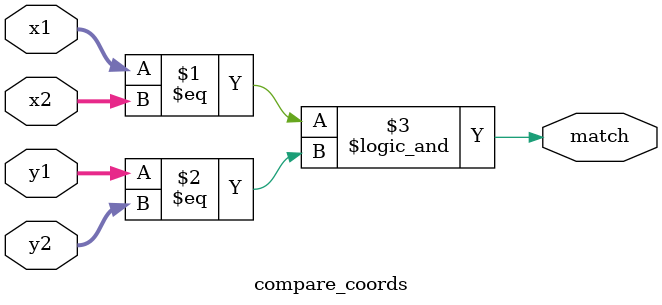
<source format=v>
module compare_coords(
	input wire [9:0]x1,
	input wire [9:0]y1,
	input wire [9:0]x2,
	input wire [9:0]y2,
	output wire match
);

assign match = (x1==x2 && y1==y2);

endmodule

</source>
